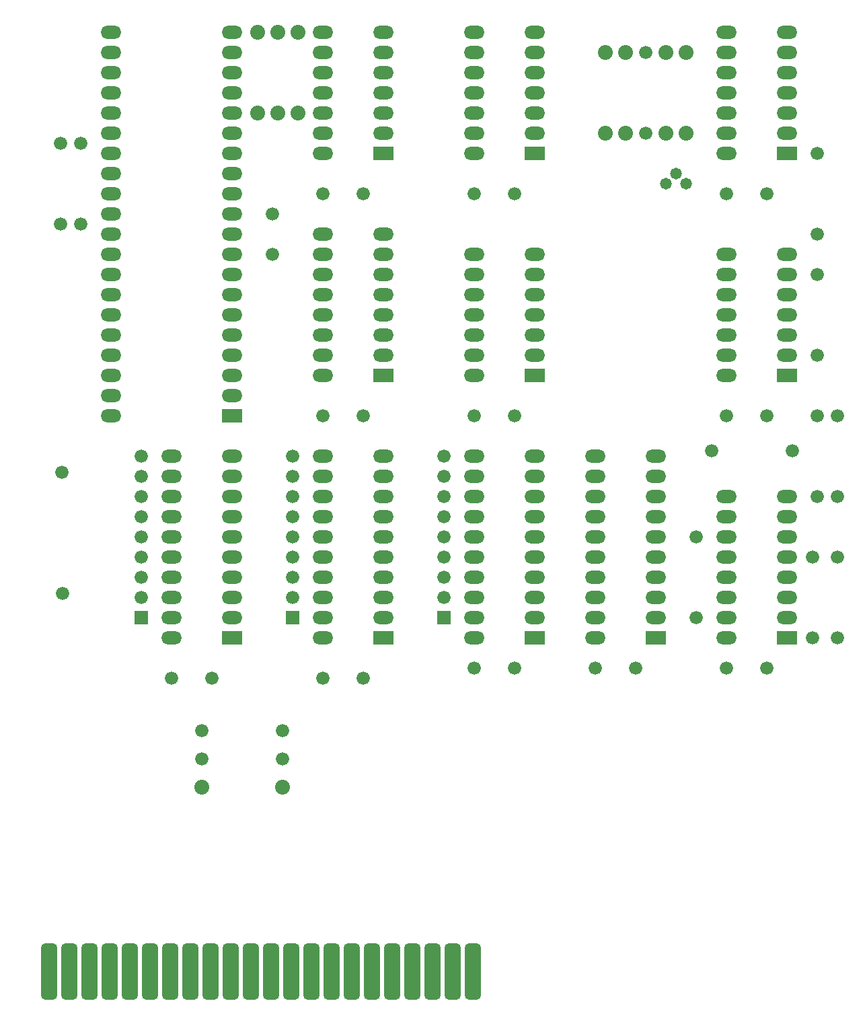
<source format=gbs>
G04*
G04 #@! TF.GenerationSoftware,Altium Limited,Altium Designer,21.4.1 (30)*
G04*
G04 Layer_Color=16711935*
%FSLAX25Y25*%
%MOIN*%
G70*
G04*
G04 #@! TF.SameCoordinates,DEE7AD03-9DC5-432F-ABA0-70263D434988*
G04*
G04*
G04 #@! TF.FilePolarity,Negative*
G04*
G01*
G75*
G04:AMPARAMS|DCode=14|XSize=81.73mil|YSize=278.58mil|CornerRadius=21.18mil|HoleSize=0mil|Usage=FLASHONLY|Rotation=0.000|XOffset=0mil|YOffset=0mil|HoleType=Round|Shape=RoundedRectangle|*
%AMROUNDEDRECTD14*
21,1,0.08173,0.23622,0,0,0.0*
21,1,0.03937,0.27858,0,0,0.0*
1,1,0.04236,0.01968,-0.11811*
1,1,0.04236,-0.01968,-0.11811*
1,1,0.04236,-0.01968,0.11811*
1,1,0.04236,0.01968,0.11811*
%
%ADD14ROUNDEDRECTD14*%
%ADD15C,0.06598*%
%ADD16C,0.07386*%
%ADD17C,0.05811*%
%ADD18R,0.10142X0.06598*%
%ADD19O,0.10142X0.06598*%
%ADD20R,0.06598X0.06598*%
D14*
X29169Y19685D02*
D03*
X19169D02*
D03*
X69169D02*
D03*
X59169D02*
D03*
X49169D02*
D03*
X99169D02*
D03*
X89169D02*
D03*
X129169D02*
D03*
X119169D02*
D03*
X159169D02*
D03*
X149169D02*
D03*
X189169D02*
D03*
X179169D02*
D03*
X219169D02*
D03*
X209169D02*
D03*
X79169D02*
D03*
X39169D02*
D03*
X9169D02*
D03*
X199169D02*
D03*
X169169D02*
D03*
X139169D02*
D03*
X109169D02*
D03*
D15*
X15500Y267000D02*
D03*
X16000Y207000D02*
D03*
X305000Y475000D02*
D03*
Y435000D02*
D03*
X25000Y390000D02*
D03*
Y430000D02*
D03*
X85000Y125000D02*
D03*
X125000D02*
D03*
X330000Y195000D02*
D03*
Y235000D02*
D03*
X387500Y185000D02*
D03*
Y225000D02*
D03*
X400000Y185000D02*
D03*
Y225000D02*
D03*
X390000Y325000D02*
D03*
Y365000D02*
D03*
X15000Y390000D02*
D03*
Y430000D02*
D03*
X125000Y138929D02*
D03*
X85000D02*
D03*
X337500Y277500D02*
D03*
X377500D02*
D03*
X390000Y295000D02*
D03*
Y255000D02*
D03*
X400000Y295000D02*
D03*
Y255000D02*
D03*
X390000Y385000D02*
D03*
Y425000D02*
D03*
X120000Y375000D02*
D03*
Y395000D02*
D03*
X165000Y405000D02*
D03*
X145000D02*
D03*
X240000Y295000D02*
D03*
X220000D02*
D03*
X365000Y170000D02*
D03*
X345000D02*
D03*
X90000Y165000D02*
D03*
X70000D02*
D03*
X165000D02*
D03*
X145000D02*
D03*
X165000Y295000D02*
D03*
X145000D02*
D03*
X240000Y170000D02*
D03*
X220000D02*
D03*
X240000Y405000D02*
D03*
X220000D02*
D03*
X300000Y170000D02*
D03*
X280000D02*
D03*
X365000Y295000D02*
D03*
X345000D02*
D03*
X365000Y405000D02*
D03*
X345000D02*
D03*
X130000Y275000D02*
D03*
Y265000D02*
D03*
Y255000D02*
D03*
Y245000D02*
D03*
Y235000D02*
D03*
Y225000D02*
D03*
Y215000D02*
D03*
Y205000D02*
D03*
X55000Y275000D02*
D03*
Y265000D02*
D03*
Y255000D02*
D03*
Y245000D02*
D03*
Y235000D02*
D03*
Y225000D02*
D03*
Y215000D02*
D03*
Y205000D02*
D03*
X205000Y275000D02*
D03*
Y265000D02*
D03*
Y255000D02*
D03*
Y245000D02*
D03*
Y235000D02*
D03*
Y225000D02*
D03*
Y215000D02*
D03*
Y205000D02*
D03*
D16*
X315000Y475000D02*
D03*
Y435000D02*
D03*
X325000Y475000D02*
D03*
Y435000D02*
D03*
X295000Y475000D02*
D03*
Y435000D02*
D03*
X132500Y445000D02*
D03*
Y485000D02*
D03*
X125000Y110803D02*
D03*
X85000D02*
D03*
X112500Y485000D02*
D03*
Y445000D02*
D03*
X122500Y485000D02*
D03*
Y445000D02*
D03*
X285000Y475000D02*
D03*
Y435000D02*
D03*
D17*
X325000Y410000D02*
D03*
X320000Y415000D02*
D03*
X315000Y410000D02*
D03*
D18*
X375000Y425000D02*
D03*
X100000Y295000D02*
D03*
X175000Y185000D02*
D03*
Y425000D02*
D03*
X100000Y185000D02*
D03*
X175000Y315000D02*
D03*
X250000Y185000D02*
D03*
X375000Y315000D02*
D03*
Y185000D02*
D03*
X250000Y315000D02*
D03*
Y425000D02*
D03*
X310000Y185000D02*
D03*
D19*
X375000Y435000D02*
D03*
Y445000D02*
D03*
Y455000D02*
D03*
Y465000D02*
D03*
Y475000D02*
D03*
Y485000D02*
D03*
X345000Y425000D02*
D03*
Y435000D02*
D03*
Y445000D02*
D03*
Y455000D02*
D03*
Y465000D02*
D03*
Y475000D02*
D03*
Y485000D02*
D03*
X100000Y435000D02*
D03*
Y445000D02*
D03*
Y455000D02*
D03*
Y465000D02*
D03*
Y475000D02*
D03*
Y485000D02*
D03*
Y425000D02*
D03*
Y415000D02*
D03*
Y405000D02*
D03*
Y395000D02*
D03*
Y385000D02*
D03*
Y375000D02*
D03*
Y365000D02*
D03*
Y355000D02*
D03*
Y345000D02*
D03*
Y335000D02*
D03*
Y325000D02*
D03*
Y315000D02*
D03*
Y305000D02*
D03*
X40000Y485000D02*
D03*
Y475000D02*
D03*
Y465000D02*
D03*
Y455000D02*
D03*
Y445000D02*
D03*
Y435000D02*
D03*
Y425000D02*
D03*
Y415000D02*
D03*
Y405000D02*
D03*
Y395000D02*
D03*
Y385000D02*
D03*
Y375000D02*
D03*
Y365000D02*
D03*
Y355000D02*
D03*
Y345000D02*
D03*
Y335000D02*
D03*
Y325000D02*
D03*
Y315000D02*
D03*
Y305000D02*
D03*
Y295000D02*
D03*
X145000Y215000D02*
D03*
Y205000D02*
D03*
Y195000D02*
D03*
Y185000D02*
D03*
Y225000D02*
D03*
Y235000D02*
D03*
X175000Y195000D02*
D03*
Y205000D02*
D03*
Y215000D02*
D03*
Y225000D02*
D03*
Y235000D02*
D03*
Y245000D02*
D03*
X145000D02*
D03*
Y255000D02*
D03*
Y265000D02*
D03*
Y275000D02*
D03*
X175000D02*
D03*
Y265000D02*
D03*
Y255000D02*
D03*
Y435000D02*
D03*
Y445000D02*
D03*
Y455000D02*
D03*
Y465000D02*
D03*
Y475000D02*
D03*
Y485000D02*
D03*
X145000Y425000D02*
D03*
Y435000D02*
D03*
Y445000D02*
D03*
Y455000D02*
D03*
Y465000D02*
D03*
Y475000D02*
D03*
Y485000D02*
D03*
X70000Y215000D02*
D03*
Y205000D02*
D03*
Y195000D02*
D03*
Y185000D02*
D03*
Y225000D02*
D03*
Y235000D02*
D03*
X100000Y195000D02*
D03*
Y205000D02*
D03*
Y215000D02*
D03*
Y225000D02*
D03*
Y235000D02*
D03*
Y245000D02*
D03*
X70000D02*
D03*
Y255000D02*
D03*
Y265000D02*
D03*
Y275000D02*
D03*
X100000D02*
D03*
Y265000D02*
D03*
Y255000D02*
D03*
X145000Y315000D02*
D03*
Y325000D02*
D03*
Y375000D02*
D03*
Y385000D02*
D03*
Y335000D02*
D03*
Y345000D02*
D03*
Y355000D02*
D03*
Y365000D02*
D03*
X175000Y385000D02*
D03*
Y325000D02*
D03*
Y335000D02*
D03*
Y345000D02*
D03*
Y355000D02*
D03*
Y365000D02*
D03*
Y375000D02*
D03*
X220000Y215000D02*
D03*
Y205000D02*
D03*
Y195000D02*
D03*
Y185000D02*
D03*
Y225000D02*
D03*
Y235000D02*
D03*
X250000Y195000D02*
D03*
Y205000D02*
D03*
Y215000D02*
D03*
Y225000D02*
D03*
Y235000D02*
D03*
Y245000D02*
D03*
X220000D02*
D03*
Y255000D02*
D03*
Y265000D02*
D03*
Y275000D02*
D03*
X250000D02*
D03*
Y265000D02*
D03*
Y255000D02*
D03*
X375000Y325000D02*
D03*
Y335000D02*
D03*
Y345000D02*
D03*
Y355000D02*
D03*
Y365000D02*
D03*
Y375000D02*
D03*
X345000Y315000D02*
D03*
Y325000D02*
D03*
Y335000D02*
D03*
Y345000D02*
D03*
Y355000D02*
D03*
Y365000D02*
D03*
Y375000D02*
D03*
X375000Y245000D02*
D03*
Y235000D02*
D03*
Y225000D02*
D03*
Y215000D02*
D03*
Y205000D02*
D03*
Y195000D02*
D03*
Y255000D02*
D03*
X345000Y235000D02*
D03*
Y225000D02*
D03*
Y215000D02*
D03*
Y205000D02*
D03*
Y255000D02*
D03*
Y245000D02*
D03*
Y195000D02*
D03*
Y185000D02*
D03*
X250000Y325000D02*
D03*
Y335000D02*
D03*
Y345000D02*
D03*
Y355000D02*
D03*
Y365000D02*
D03*
Y375000D02*
D03*
X220000Y355000D02*
D03*
Y365000D02*
D03*
Y375000D02*
D03*
Y315000D02*
D03*
Y325000D02*
D03*
Y335000D02*
D03*
Y345000D02*
D03*
X250000Y435000D02*
D03*
Y445000D02*
D03*
Y455000D02*
D03*
Y465000D02*
D03*
Y475000D02*
D03*
Y485000D02*
D03*
X220000Y425000D02*
D03*
Y435000D02*
D03*
Y445000D02*
D03*
Y455000D02*
D03*
Y465000D02*
D03*
Y475000D02*
D03*
Y485000D02*
D03*
X310000Y195000D02*
D03*
Y205000D02*
D03*
Y215000D02*
D03*
Y225000D02*
D03*
Y235000D02*
D03*
Y245000D02*
D03*
X280000D02*
D03*
Y255000D02*
D03*
Y265000D02*
D03*
Y275000D02*
D03*
X310000D02*
D03*
Y265000D02*
D03*
Y255000D02*
D03*
X280000Y195000D02*
D03*
Y235000D02*
D03*
Y225000D02*
D03*
Y215000D02*
D03*
Y205000D02*
D03*
Y185000D02*
D03*
D20*
X130000Y195000D02*
D03*
X55000D02*
D03*
X205000D02*
D03*
M02*

</source>
